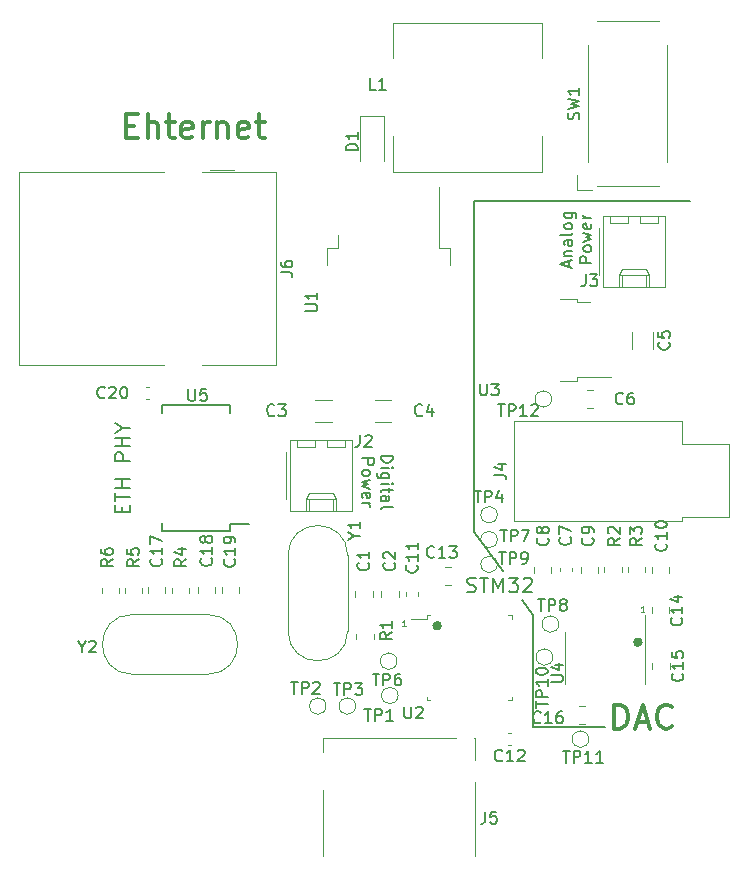
<source format=gbr>
%TF.GenerationSoftware,KiCad,Pcbnew,(5.99.0-8361-gd4c36230d2)*%
%TF.CreationDate,2021-01-14T13:58:05+01:00*%
%TF.ProjectId,mp3,6d70332e-6b69-4636-9164-5f7063625858,rev?*%
%TF.SameCoordinates,PXae85bc0PY7459280*%
%TF.FileFunction,Legend,Top*%
%TF.FilePolarity,Positive*%
%FSLAX46Y46*%
G04 Gerber Fmt 4.6, Leading zero omitted, Abs format (unit mm)*
G04 Created by KiCad (PCBNEW (5.99.0-8361-gd4c36230d2)) date 2021-01-14 13:58:05*
%MOMM*%
%LPD*%
G01*
G04 APERTURE LIST*
%ADD10C,0.150000*%
%ADD11C,0.400000*%
%ADD12C,0.125000*%
%ADD13C,0.200000*%
%ADD14C,0.300000*%
%ADD15C,0.120000*%
G04 APERTURE END LIST*
D10*
X-13250000Y23750000D02*
X-13250000Y14200000D01*
X-13250000Y14200000D02*
X-7200000Y14200000D01*
D11*
X-21200000Y22800000D02*
G75*
G03*
X-21200000Y22800000I-200000J0D01*
G01*
D10*
X0Y58750000D02*
X-18250000Y58750000D01*
X-18250000Y30750000D02*
X-15800000Y27400000D01*
D11*
X-4200000Y21400000D02*
G75*
G03*
X-4200000Y21400000I-200000J0D01*
G01*
D10*
X-18250000Y58750000D02*
X-18250000Y30750000D01*
X-14200000Y25000000D02*
X-13250000Y23750000D01*
D12*
X-3857143Y23973810D02*
X-4142858Y23973810D01*
X-4000000Y23973810D02*
X-4000000Y24473810D01*
X-4047620Y24402381D01*
X-4095239Y24354762D01*
X-4142858Y24330953D01*
D13*
X-48089286Y32409524D02*
X-48089286Y32826191D01*
X-47434524Y33004762D02*
X-47434524Y32409524D01*
X-48684524Y32409524D01*
X-48684524Y33004762D01*
X-48684524Y33361905D02*
X-48684524Y34076191D01*
X-47434524Y33719048D02*
X-48684524Y33719048D01*
X-47434524Y34492858D02*
X-48684524Y34492858D01*
X-48089286Y34492858D02*
X-48089286Y35207143D01*
X-47434524Y35207143D02*
X-48684524Y35207143D01*
X-47434524Y36754762D02*
X-48684524Y36754762D01*
X-48684524Y37230953D01*
X-48625000Y37350000D01*
X-48565477Y37409524D01*
X-48446429Y37469048D01*
X-48267858Y37469048D01*
X-48148810Y37409524D01*
X-48089286Y37350000D01*
X-48029762Y37230953D01*
X-48029762Y36754762D01*
X-47434524Y38004762D02*
X-48684524Y38004762D01*
X-48089286Y38004762D02*
X-48089286Y38719048D01*
X-47434524Y38719048D02*
X-48684524Y38719048D01*
X-48029762Y39552381D02*
X-47434524Y39552381D01*
X-48684524Y39135715D02*
X-48029762Y39552381D01*
X-48684524Y39969048D01*
D14*
X-47714286Y65142858D02*
X-47047620Y65142858D01*
X-46761905Y64095239D02*
X-47714286Y64095239D01*
X-47714286Y66095239D01*
X-46761905Y66095239D01*
X-45904762Y64095239D02*
X-45904762Y66095239D01*
X-45047620Y64095239D02*
X-45047620Y65142858D01*
X-45142858Y65333334D01*
X-45333334Y65428572D01*
X-45619048Y65428572D01*
X-45809524Y65333334D01*
X-45904762Y65238096D01*
X-44380953Y65428572D02*
X-43619048Y65428572D01*
X-44095239Y66095239D02*
X-44095239Y64380953D01*
X-44000000Y64190477D01*
X-43809524Y64095239D01*
X-43619048Y64095239D01*
X-42190477Y64190477D02*
X-42380953Y64095239D01*
X-42761905Y64095239D01*
X-42952381Y64190477D01*
X-43047620Y64380953D01*
X-43047620Y65142858D01*
X-42952381Y65333334D01*
X-42761905Y65428572D01*
X-42380953Y65428572D01*
X-42190477Y65333334D01*
X-42095239Y65142858D01*
X-42095239Y64952381D01*
X-43047620Y64761905D01*
X-41238096Y64095239D02*
X-41238096Y65428572D01*
X-41238096Y65047620D02*
X-41142858Y65238096D01*
X-41047620Y65333334D01*
X-40857143Y65428572D01*
X-40666667Y65428572D01*
X-40000000Y65428572D02*
X-40000000Y64095239D01*
X-40000000Y65238096D02*
X-39904762Y65333334D01*
X-39714286Y65428572D01*
X-39428572Y65428572D01*
X-39238096Y65333334D01*
X-39142858Y65142858D01*
X-39142858Y64095239D01*
X-37428572Y64190477D02*
X-37619048Y64095239D01*
X-38000000Y64095239D01*
X-38190477Y64190477D01*
X-38285715Y64380953D01*
X-38285715Y65142858D01*
X-38190477Y65333334D01*
X-38000000Y65428572D01*
X-37619048Y65428572D01*
X-37428572Y65333334D01*
X-37333334Y65142858D01*
X-37333334Y64952381D01*
X-38285715Y64761905D01*
X-36761905Y65428572D02*
X-36000000Y65428572D01*
X-36476191Y66095239D02*
X-36476191Y64380953D01*
X-36380953Y64190477D01*
X-36190477Y64095239D01*
X-36000000Y64095239D01*
D12*
X-24057143Y22773810D02*
X-24342858Y22773810D01*
X-24200000Y22773810D02*
X-24200000Y23273810D01*
X-24247620Y23202381D01*
X-24295239Y23154762D01*
X-24342858Y23130953D01*
D10*
X-10238334Y53190477D02*
X-10238334Y53666667D01*
X-9952620Y53095239D02*
X-10952620Y53428572D01*
X-9952620Y53761905D01*
X-10619286Y54095239D02*
X-9952620Y54095239D01*
X-10524048Y54095239D02*
X-10571667Y54142858D01*
X-10619286Y54238096D01*
X-10619286Y54380953D01*
X-10571667Y54476191D01*
X-10476429Y54523810D01*
X-9952620Y54523810D01*
X-9952620Y55428572D02*
X-10476429Y55428572D01*
X-10571667Y55380953D01*
X-10619286Y55285715D01*
X-10619286Y55095239D01*
X-10571667Y55000000D01*
X-10000239Y55428572D02*
X-9952620Y55333334D01*
X-9952620Y55095239D01*
X-10000239Y55000000D01*
X-10095477Y54952381D01*
X-10190715Y54952381D01*
X-10285953Y55000000D01*
X-10333572Y55095239D01*
X-10333572Y55333334D01*
X-10381191Y55428572D01*
X-9952620Y56047620D02*
X-10000239Y55952381D01*
X-10095477Y55904762D01*
X-10952620Y55904762D01*
X-9952620Y56571429D02*
X-10000239Y56476191D01*
X-10047858Y56428572D01*
X-10143096Y56380953D01*
X-10428810Y56380953D01*
X-10524048Y56428572D01*
X-10571667Y56476191D01*
X-10619286Y56571429D01*
X-10619286Y56714286D01*
X-10571667Y56809524D01*
X-10524048Y56857143D01*
X-10428810Y56904762D01*
X-10143096Y56904762D01*
X-10047858Y56857143D01*
X-10000239Y56809524D01*
X-9952620Y56714286D01*
X-9952620Y56571429D01*
X-10619286Y57761905D02*
X-9809762Y57761905D01*
X-9714524Y57714286D01*
X-9666905Y57666667D01*
X-9619286Y57571429D01*
X-9619286Y57428572D01*
X-9666905Y57333334D01*
X-10000239Y57761905D02*
X-9952620Y57666667D01*
X-9952620Y57476191D01*
X-10000239Y57380953D01*
X-10047858Y57333334D01*
X-10143096Y57285715D01*
X-10428810Y57285715D01*
X-10524048Y57333334D01*
X-10571667Y57380953D01*
X-10619286Y57476191D01*
X-10619286Y57666667D01*
X-10571667Y57761905D01*
X-8342620Y53523810D02*
X-9342620Y53523810D01*
X-9342620Y53904762D01*
X-9295000Y54000000D01*
X-9247381Y54047620D01*
X-9152143Y54095239D01*
X-9009286Y54095239D01*
X-8914048Y54047620D01*
X-8866429Y54000000D01*
X-8818810Y53904762D01*
X-8818810Y53523810D01*
X-8342620Y54666667D02*
X-8390239Y54571429D01*
X-8437858Y54523810D01*
X-8533096Y54476191D01*
X-8818810Y54476191D01*
X-8914048Y54523810D01*
X-8961667Y54571429D01*
X-9009286Y54666667D01*
X-9009286Y54809524D01*
X-8961667Y54904762D01*
X-8914048Y54952381D01*
X-8818810Y55000000D01*
X-8533096Y55000000D01*
X-8437858Y54952381D01*
X-8390239Y54904762D01*
X-8342620Y54809524D01*
X-8342620Y54666667D01*
X-9009286Y55333334D02*
X-8342620Y55523810D01*
X-8818810Y55714286D01*
X-8342620Y55904762D01*
X-9009286Y56095239D01*
X-8390239Y56857143D02*
X-8342620Y56761905D01*
X-8342620Y56571429D01*
X-8390239Y56476191D01*
X-8485477Y56428572D01*
X-8866429Y56428572D01*
X-8961667Y56476191D01*
X-9009286Y56571429D01*
X-9009286Y56761905D01*
X-8961667Y56857143D01*
X-8866429Y56904762D01*
X-8771191Y56904762D01*
X-8675953Y56428572D01*
X-8342620Y57333334D02*
X-9009286Y57333334D01*
X-8818810Y57333334D02*
X-8914048Y57380953D01*
X-8961667Y57428572D01*
X-9009286Y57523810D01*
X-9009286Y57619048D01*
D14*
X-6380953Y14095239D02*
X-6380953Y16095239D01*
X-5904762Y16095239D01*
X-5619048Y16000000D01*
X-5428572Y15809524D01*
X-5333334Y15619048D01*
X-5238096Y15238096D01*
X-5238096Y14952381D01*
X-5333334Y14571429D01*
X-5428572Y14380953D01*
X-5619048Y14190477D01*
X-5904762Y14095239D01*
X-6380953Y14095239D01*
X-4476191Y14666667D02*
X-3523810Y14666667D01*
X-4666667Y14095239D02*
X-4000000Y16095239D01*
X-3333334Y14095239D01*
X-1523810Y14285715D02*
X-1619048Y14190477D01*
X-1904762Y14095239D01*
X-2095239Y14095239D01*
X-2380953Y14190477D01*
X-2571429Y14380953D01*
X-2666667Y14571429D01*
X-2761905Y14952381D01*
X-2761905Y15238096D01*
X-2666667Y15619048D01*
X-2571429Y15809524D01*
X-2380953Y16000000D01*
X-2095239Y16095239D01*
X-1904762Y16095239D01*
X-1619048Y16000000D01*
X-1523810Y15904762D01*
D13*
X-18838096Y25694048D02*
X-18659524Y25634524D01*
X-18361905Y25634524D01*
X-18242858Y25694048D01*
X-18183334Y25753572D01*
X-18123810Y25872620D01*
X-18123810Y25991667D01*
X-18183334Y26110715D01*
X-18242858Y26170239D01*
X-18361905Y26229762D01*
X-18600000Y26289286D01*
X-18719048Y26348810D01*
X-18778572Y26408334D01*
X-18838096Y26527381D01*
X-18838096Y26646429D01*
X-18778572Y26765477D01*
X-18719048Y26825000D01*
X-18600000Y26884524D01*
X-18302381Y26884524D01*
X-18123810Y26825000D01*
X-17766667Y26884524D02*
X-17052381Y26884524D01*
X-17409524Y25634524D02*
X-17409524Y26884524D01*
X-16635715Y25634524D02*
X-16635715Y26884524D01*
X-16219048Y25991667D01*
X-15802381Y26884524D01*
X-15802381Y25634524D01*
X-15326191Y26884524D02*
X-14552381Y26884524D01*
X-14969048Y26408334D01*
X-14790477Y26408334D01*
X-14671429Y26348810D01*
X-14611905Y26289286D01*
X-14552381Y26170239D01*
X-14552381Y25872620D01*
X-14611905Y25753572D01*
X-14671429Y25694048D01*
X-14790477Y25634524D01*
X-15147620Y25634524D01*
X-15266667Y25694048D01*
X-15326191Y25753572D01*
X-14076191Y26765477D02*
X-14016667Y26825000D01*
X-13897620Y26884524D01*
X-13600000Y26884524D01*
X-13480953Y26825000D01*
X-13421429Y26765477D01*
X-13361905Y26646429D01*
X-13361905Y26527381D01*
X-13421429Y26348810D01*
X-14135715Y25634524D01*
X-13361905Y25634524D01*
D10*
X-26147381Y37190477D02*
X-25147381Y37190477D01*
X-25147381Y36952381D01*
X-25195000Y36809524D01*
X-25290239Y36714286D01*
X-25385477Y36666667D01*
X-25575953Y36619048D01*
X-25718810Y36619048D01*
X-25909286Y36666667D01*
X-26004524Y36714286D01*
X-26099762Y36809524D01*
X-26147381Y36952381D01*
X-26147381Y37190477D01*
X-26147381Y36190477D02*
X-25480715Y36190477D01*
X-25147381Y36190477D02*
X-25195000Y36238096D01*
X-25242620Y36190477D01*
X-25195000Y36142858D01*
X-25147381Y36190477D01*
X-25242620Y36190477D01*
X-25480715Y35285715D02*
X-26290239Y35285715D01*
X-26385477Y35333334D01*
X-26433096Y35380953D01*
X-26480715Y35476191D01*
X-26480715Y35619048D01*
X-26433096Y35714286D01*
X-26099762Y35285715D02*
X-26147381Y35380953D01*
X-26147381Y35571429D01*
X-26099762Y35666667D01*
X-26052143Y35714286D01*
X-25956905Y35761905D01*
X-25671191Y35761905D01*
X-25575953Y35714286D01*
X-25528334Y35666667D01*
X-25480715Y35571429D01*
X-25480715Y35380953D01*
X-25528334Y35285715D01*
X-26147381Y34809524D02*
X-25480715Y34809524D01*
X-25147381Y34809524D02*
X-25195000Y34857143D01*
X-25242620Y34809524D01*
X-25195000Y34761905D01*
X-25147381Y34809524D01*
X-25242620Y34809524D01*
X-25480715Y34476191D02*
X-25480715Y34095239D01*
X-25147381Y34333334D02*
X-26004524Y34333334D01*
X-26099762Y34285715D01*
X-26147381Y34190477D01*
X-26147381Y34095239D01*
X-26147381Y33333334D02*
X-25623572Y33333334D01*
X-25528334Y33380953D01*
X-25480715Y33476191D01*
X-25480715Y33666667D01*
X-25528334Y33761905D01*
X-26099762Y33333334D02*
X-26147381Y33428572D01*
X-26147381Y33666667D01*
X-26099762Y33761905D01*
X-26004524Y33809524D01*
X-25909286Y33809524D01*
X-25814048Y33761905D01*
X-25766429Y33666667D01*
X-25766429Y33428572D01*
X-25718810Y33333334D01*
X-26147381Y32714286D02*
X-26099762Y32809524D01*
X-26004524Y32857143D01*
X-25147381Y32857143D01*
X-27757381Y36976191D02*
X-26757381Y36976191D01*
X-26757381Y36595239D01*
X-26805000Y36500000D01*
X-26852620Y36452381D01*
X-26947858Y36404762D01*
X-27090715Y36404762D01*
X-27185953Y36452381D01*
X-27233572Y36500000D01*
X-27281191Y36595239D01*
X-27281191Y36976191D01*
X-27757381Y35833334D02*
X-27709762Y35928572D01*
X-27662143Y35976191D01*
X-27566905Y36023810D01*
X-27281191Y36023810D01*
X-27185953Y35976191D01*
X-27138334Y35928572D01*
X-27090715Y35833334D01*
X-27090715Y35690477D01*
X-27138334Y35595239D01*
X-27185953Y35547620D01*
X-27281191Y35500000D01*
X-27566905Y35500000D01*
X-27662143Y35547620D01*
X-27709762Y35595239D01*
X-27757381Y35690477D01*
X-27757381Y35833334D01*
X-27090715Y35166667D02*
X-27757381Y34976191D01*
X-27281191Y34785715D01*
X-27757381Y34595239D01*
X-27090715Y34404762D01*
X-27709762Y33642858D02*
X-27757381Y33738096D01*
X-27757381Y33928572D01*
X-27709762Y34023810D01*
X-27614524Y34071429D01*
X-27233572Y34071429D01*
X-27138334Y34023810D01*
X-27090715Y33928572D01*
X-27090715Y33738096D01*
X-27138334Y33642858D01*
X-27233572Y33595239D01*
X-27328810Y33595239D01*
X-27424048Y34071429D01*
X-27757381Y33166667D02*
X-27090715Y33166667D01*
X-27281191Y33166667D02*
X-27185953Y33119048D01*
X-27138334Y33071429D01*
X-27090715Y32976191D01*
X-27090715Y32880953D01*
%TO.C,U5*%
X-42461905Y42847620D02*
X-42461905Y42038096D01*
X-42414286Y41942858D01*
X-42366667Y41895239D01*
X-42271429Y41847620D01*
X-42080953Y41847620D01*
X-41985715Y41895239D01*
X-41938096Y41942858D01*
X-41890477Y42038096D01*
X-41890477Y42847620D01*
X-40938096Y42847620D02*
X-41414286Y42847620D01*
X-41461905Y42371429D01*
X-41414286Y42419048D01*
X-41319048Y42466667D01*
X-41080953Y42466667D01*
X-40985715Y42419048D01*
X-40938096Y42371429D01*
X-40890477Y42276191D01*
X-40890477Y42038096D01*
X-40938096Y41942858D01*
X-40985715Y41895239D01*
X-41080953Y41847620D01*
X-41319048Y41847620D01*
X-41414286Y41895239D01*
X-41461905Y41942858D01*
%TO.C,SW1*%
X-9395239Y65666667D02*
X-9347620Y65809524D01*
X-9347620Y66047620D01*
X-9395239Y66142858D01*
X-9442858Y66190477D01*
X-9538096Y66238096D01*
X-9633334Y66238096D01*
X-9728572Y66190477D01*
X-9776191Y66142858D01*
X-9823810Y66047620D01*
X-9871429Y65857143D01*
X-9919048Y65761905D01*
X-9966667Y65714286D01*
X-10061905Y65666667D01*
X-10157143Y65666667D01*
X-10252381Y65714286D01*
X-10300000Y65761905D01*
X-10347620Y65857143D01*
X-10347620Y66095239D01*
X-10300000Y66238096D01*
X-10347620Y66571429D02*
X-9347620Y66809524D01*
X-10061905Y67000000D01*
X-9347620Y67190477D01*
X-10347620Y67428572D01*
X-9347620Y68333334D02*
X-9347620Y67761905D01*
X-9347620Y68047620D02*
X-10347620Y68047620D01*
X-10204762Y67952381D01*
X-10109524Y67857143D01*
X-10061905Y67761905D01*
%TO.C,C11*%
X-23142858Y27927143D02*
X-23095239Y27879524D01*
X-23047620Y27736667D01*
X-23047620Y27641429D01*
X-23095239Y27498572D01*
X-23190477Y27403334D01*
X-23285715Y27355715D01*
X-23476191Y27308096D01*
X-23619048Y27308096D01*
X-23809524Y27355715D01*
X-23904762Y27403334D01*
X-24000000Y27498572D01*
X-24047620Y27641429D01*
X-24047620Y27736667D01*
X-24000000Y27879524D01*
X-23952381Y27927143D01*
X-23047620Y28879524D02*
X-23047620Y28308096D01*
X-23047620Y28593810D02*
X-24047620Y28593810D01*
X-23904762Y28498572D01*
X-23809524Y28403334D01*
X-23761905Y28308096D01*
X-23047620Y29831905D02*
X-23047620Y29260477D01*
X-23047620Y29546191D02*
X-24047620Y29546191D01*
X-23904762Y29450953D01*
X-23809524Y29355715D01*
X-23761905Y29260477D01*
%TO.C,C20*%
X-49542858Y42142858D02*
X-49590477Y42095239D01*
X-49733334Y42047620D01*
X-49828572Y42047620D01*
X-49971429Y42095239D01*
X-50066667Y42190477D01*
X-50114286Y42285715D01*
X-50161905Y42476191D01*
X-50161905Y42619048D01*
X-50114286Y42809524D01*
X-50066667Y42904762D01*
X-49971429Y43000000D01*
X-49828572Y43047620D01*
X-49733334Y43047620D01*
X-49590477Y43000000D01*
X-49542858Y42952381D01*
X-49161905Y42952381D02*
X-49114286Y43000000D01*
X-49019048Y43047620D01*
X-48780953Y43047620D01*
X-48685715Y43000000D01*
X-48638096Y42952381D01*
X-48590477Y42857143D01*
X-48590477Y42761905D01*
X-48638096Y42619048D01*
X-49209524Y42047620D01*
X-48590477Y42047620D01*
X-47971429Y43047620D02*
X-47876191Y43047620D01*
X-47780953Y43000000D01*
X-47733334Y42952381D01*
X-47685715Y42857143D01*
X-47638096Y42666667D01*
X-47638096Y42428572D01*
X-47685715Y42238096D01*
X-47733334Y42142858D01*
X-47780953Y42095239D01*
X-47876191Y42047620D01*
X-47971429Y42047620D01*
X-48066667Y42095239D01*
X-48114286Y42142858D01*
X-48161905Y42238096D01*
X-48209524Y42428572D01*
X-48209524Y42666667D01*
X-48161905Y42857143D01*
X-48114286Y42952381D01*
X-48066667Y43000000D01*
X-47971429Y43047620D01*
%TO.C,TP1*%
X-27561905Y15747620D02*
X-26990477Y15747620D01*
X-27276191Y14747620D02*
X-27276191Y15747620D01*
X-26657143Y14747620D02*
X-26657143Y15747620D01*
X-26276191Y15747620D01*
X-26180953Y15700000D01*
X-26133334Y15652381D01*
X-26085715Y15557143D01*
X-26085715Y15414286D01*
X-26133334Y15319048D01*
X-26180953Y15271429D01*
X-26276191Y15223810D01*
X-26657143Y15223810D01*
X-25133334Y14747620D02*
X-25704762Y14747620D01*
X-25419048Y14747620D02*
X-25419048Y15747620D01*
X-25514286Y15604762D01*
X-25609524Y15509524D01*
X-25704762Y15461905D01*
%TO.C,L1*%
X-26606667Y68187620D02*
X-27082858Y68187620D01*
X-27082858Y69187620D01*
X-25749524Y68187620D02*
X-26320953Y68187620D01*
X-26035239Y68187620D02*
X-26035239Y69187620D01*
X-26130477Y69044762D01*
X-26225715Y68949524D01*
X-26320953Y68901905D01*
%TO.C,R6*%
X-48861620Y28413334D02*
X-49337810Y28080000D01*
X-48861620Y27841905D02*
X-49861620Y27841905D01*
X-49861620Y28222858D01*
X-49814000Y28318096D01*
X-49766381Y28365715D01*
X-49671143Y28413334D01*
X-49528286Y28413334D01*
X-49433048Y28365715D01*
X-49385429Y28318096D01*
X-49337810Y28222858D01*
X-49337810Y27841905D01*
X-49861620Y29270477D02*
X-49861620Y29080000D01*
X-49814000Y28984762D01*
X-49766381Y28937143D01*
X-49623524Y28841905D01*
X-49433048Y28794286D01*
X-49052096Y28794286D01*
X-48956858Y28841905D01*
X-48909239Y28889524D01*
X-48861620Y28984762D01*
X-48861620Y29175239D01*
X-48909239Y29270477D01*
X-48956858Y29318096D01*
X-49052096Y29365715D01*
X-49290191Y29365715D01*
X-49385429Y29318096D01*
X-49433048Y29270477D01*
X-49480667Y29175239D01*
X-49480667Y28984762D01*
X-49433048Y28889524D01*
X-49385429Y28841905D01*
X-49290191Y28794286D01*
%TO.C,TP11*%
X-10738096Y12213620D02*
X-10166667Y12213620D01*
X-10452381Y11213620D02*
X-10452381Y12213620D01*
X-9833334Y11213620D02*
X-9833334Y12213620D01*
X-9452381Y12213620D01*
X-9357143Y12166000D01*
X-9309524Y12118381D01*
X-9261905Y12023143D01*
X-9261905Y11880286D01*
X-9309524Y11785048D01*
X-9357143Y11737429D01*
X-9452381Y11689810D01*
X-9833334Y11689810D01*
X-8309524Y11213620D02*
X-8880953Y11213620D01*
X-8595239Y11213620D02*
X-8595239Y12213620D01*
X-8690477Y12070762D01*
X-8785715Y11975524D01*
X-8880953Y11927905D01*
X-7357143Y11213620D02*
X-7928572Y11213620D01*
X-7642858Y11213620D02*
X-7642858Y12213620D01*
X-7738096Y12070762D01*
X-7833334Y11975524D01*
X-7928572Y11927905D01*
%TO.C,TP2*%
X-33761905Y18047620D02*
X-33190477Y18047620D01*
X-33476191Y17047620D02*
X-33476191Y18047620D01*
X-32857143Y17047620D02*
X-32857143Y18047620D01*
X-32476191Y18047620D01*
X-32380953Y18000000D01*
X-32333334Y17952381D01*
X-32285715Y17857143D01*
X-32285715Y17714286D01*
X-32333334Y17619048D01*
X-32380953Y17571429D01*
X-32476191Y17523810D01*
X-32857143Y17523810D01*
X-31904762Y17952381D02*
X-31857143Y18000000D01*
X-31761905Y18047620D01*
X-31523810Y18047620D01*
X-31428572Y18000000D01*
X-31380953Y17952381D01*
X-31333334Y17857143D01*
X-31333334Y17761905D01*
X-31380953Y17619048D01*
X-31952381Y17047620D01*
X-31333334Y17047620D01*
%TO.C,C9*%
X-8242858Y30233334D02*
X-8195239Y30185715D01*
X-8147620Y30042858D01*
X-8147620Y29947620D01*
X-8195239Y29804762D01*
X-8290477Y29709524D01*
X-8385715Y29661905D01*
X-8576191Y29614286D01*
X-8719048Y29614286D01*
X-8909524Y29661905D01*
X-9004762Y29709524D01*
X-9100000Y29804762D01*
X-9147620Y29947620D01*
X-9147620Y30042858D01*
X-9100000Y30185715D01*
X-9052381Y30233334D01*
X-8147620Y30709524D02*
X-8147620Y30900000D01*
X-8195239Y30995239D01*
X-8242858Y31042858D01*
X-8385715Y31138096D01*
X-8576191Y31185715D01*
X-8957143Y31185715D01*
X-9052381Y31138096D01*
X-9100000Y31090477D01*
X-9147620Y30995239D01*
X-9147620Y30804762D01*
X-9100000Y30709524D01*
X-9052381Y30661905D01*
X-8957143Y30614286D01*
X-8719048Y30614286D01*
X-8623810Y30661905D01*
X-8576191Y30709524D01*
X-8528572Y30804762D01*
X-8528572Y30995239D01*
X-8576191Y31090477D01*
X-8623810Y31138096D01*
X-8719048Y31185715D01*
%TO.C,C13*%
X-21642858Y28642858D02*
X-21690477Y28595239D01*
X-21833334Y28547620D01*
X-21928572Y28547620D01*
X-22071429Y28595239D01*
X-22166667Y28690477D01*
X-22214286Y28785715D01*
X-22261905Y28976191D01*
X-22261905Y29119048D01*
X-22214286Y29309524D01*
X-22166667Y29404762D01*
X-22071429Y29500000D01*
X-21928572Y29547620D01*
X-21833334Y29547620D01*
X-21690477Y29500000D01*
X-21642858Y29452381D01*
X-20690477Y28547620D02*
X-21261905Y28547620D01*
X-20976191Y28547620D02*
X-20976191Y29547620D01*
X-21071429Y29404762D01*
X-21166667Y29309524D01*
X-21261905Y29261905D01*
X-20357143Y29547620D02*
X-19738096Y29547620D01*
X-20071429Y29166667D01*
X-19928572Y29166667D01*
X-19833334Y29119048D01*
X-19785715Y29071429D01*
X-19738096Y28976191D01*
X-19738096Y28738096D01*
X-19785715Y28642858D01*
X-19833334Y28595239D01*
X-19928572Y28547620D01*
X-20214286Y28547620D01*
X-20309524Y28595239D01*
X-20357143Y28642858D01*
%TO.C,R1*%
X-25247620Y22233334D02*
X-25723810Y21900000D01*
X-25247620Y21661905D02*
X-26247620Y21661905D01*
X-26247620Y22042858D01*
X-26200000Y22138096D01*
X-26152381Y22185715D01*
X-26057143Y22233334D01*
X-25914286Y22233334D01*
X-25819048Y22185715D01*
X-25771429Y22138096D01*
X-25723810Y22042858D01*
X-25723810Y21661905D01*
X-25247620Y23185715D02*
X-25247620Y22614286D01*
X-25247620Y22900000D02*
X-26247620Y22900000D01*
X-26104762Y22804762D01*
X-26009524Y22709524D01*
X-25961905Y22614286D01*
%TO.C,Y1*%
X-28423810Y30423810D02*
X-27947620Y30423810D01*
X-28947620Y30090477D02*
X-28423810Y30423810D01*
X-28947620Y30757143D01*
X-27947620Y31614286D02*
X-27947620Y31042858D01*
X-27947620Y31328572D02*
X-28947620Y31328572D01*
X-28804762Y31233334D01*
X-28709524Y31138096D01*
X-28661905Y31042858D01*
%TO.C,C18*%
X-40534858Y28503143D02*
X-40487239Y28455524D01*
X-40439620Y28312667D01*
X-40439620Y28217429D01*
X-40487239Y28074572D01*
X-40582477Y27979334D01*
X-40677715Y27931715D01*
X-40868191Y27884096D01*
X-41011048Y27884096D01*
X-41201524Y27931715D01*
X-41296762Y27979334D01*
X-41392000Y28074572D01*
X-41439620Y28217429D01*
X-41439620Y28312667D01*
X-41392000Y28455524D01*
X-41344381Y28503143D01*
X-40439620Y29455524D02*
X-40439620Y28884096D01*
X-40439620Y29169810D02*
X-41439620Y29169810D01*
X-41296762Y29074572D01*
X-41201524Y28979334D01*
X-41153905Y28884096D01*
X-41011048Y30026953D02*
X-41058667Y29931715D01*
X-41106286Y29884096D01*
X-41201524Y29836477D01*
X-41249143Y29836477D01*
X-41344381Y29884096D01*
X-41392000Y29931715D01*
X-41439620Y30026953D01*
X-41439620Y30217429D01*
X-41392000Y30312667D01*
X-41344381Y30360286D01*
X-41249143Y30407905D01*
X-41201524Y30407905D01*
X-41106286Y30360286D01*
X-41058667Y30312667D01*
X-41011048Y30217429D01*
X-41011048Y30026953D01*
X-40963429Y29931715D01*
X-40915810Y29884096D01*
X-40820572Y29836477D01*
X-40630096Y29836477D01*
X-40534858Y29884096D01*
X-40487239Y29931715D01*
X-40439620Y30026953D01*
X-40439620Y30217429D01*
X-40487239Y30312667D01*
X-40534858Y30360286D01*
X-40630096Y30407905D01*
X-40820572Y30407905D01*
X-40915810Y30360286D01*
X-40963429Y30312667D01*
X-41011048Y30217429D01*
%TO.C,TP6*%
X-26861905Y18747620D02*
X-26290477Y18747620D01*
X-26576191Y17747620D02*
X-26576191Y18747620D01*
X-25957143Y17747620D02*
X-25957143Y18747620D01*
X-25576191Y18747620D01*
X-25480953Y18700000D01*
X-25433334Y18652381D01*
X-25385715Y18557143D01*
X-25385715Y18414286D01*
X-25433334Y18319048D01*
X-25480953Y18271429D01*
X-25576191Y18223810D01*
X-25957143Y18223810D01*
X-24528572Y18747620D02*
X-24719048Y18747620D01*
X-24814286Y18700000D01*
X-24861905Y18652381D01*
X-24957143Y18509524D01*
X-25004762Y18319048D01*
X-25004762Y17938096D01*
X-24957143Y17842858D01*
X-24909524Y17795239D01*
X-24814286Y17747620D01*
X-24623810Y17747620D01*
X-24528572Y17795239D01*
X-24480953Y17842858D01*
X-24433334Y17938096D01*
X-24433334Y18176191D01*
X-24480953Y18271429D01*
X-24528572Y18319048D01*
X-24623810Y18366667D01*
X-24814286Y18366667D01*
X-24909524Y18319048D01*
X-24957143Y18271429D01*
X-25004762Y18176191D01*
%TO.C,R3*%
X-4077620Y30233334D02*
X-4553810Y29900000D01*
X-4077620Y29661905D02*
X-5077620Y29661905D01*
X-5077620Y30042858D01*
X-5030000Y30138096D01*
X-4982381Y30185715D01*
X-4887143Y30233334D01*
X-4744286Y30233334D01*
X-4649048Y30185715D01*
X-4601429Y30138096D01*
X-4553810Y30042858D01*
X-4553810Y29661905D01*
X-5077620Y30566667D02*
X-5077620Y31185715D01*
X-4696667Y30852381D01*
X-4696667Y30995239D01*
X-4649048Y31090477D01*
X-4601429Y31138096D01*
X-4506191Y31185715D01*
X-4268096Y31185715D01*
X-4172858Y31138096D01*
X-4125239Y31090477D01*
X-4077620Y30995239D01*
X-4077620Y30709524D01*
X-4125239Y30614286D01*
X-4172858Y30566667D01*
%TO.C,C3*%
X-35166667Y40642858D02*
X-35214286Y40595239D01*
X-35357143Y40547620D01*
X-35452381Y40547620D01*
X-35595239Y40595239D01*
X-35690477Y40690477D01*
X-35738096Y40785715D01*
X-35785715Y40976191D01*
X-35785715Y41119048D01*
X-35738096Y41309524D01*
X-35690477Y41404762D01*
X-35595239Y41500000D01*
X-35452381Y41547620D01*
X-35357143Y41547620D01*
X-35214286Y41500000D01*
X-35166667Y41452381D01*
X-34833334Y41547620D02*
X-34214286Y41547620D01*
X-34547620Y41166667D01*
X-34404762Y41166667D01*
X-34309524Y41119048D01*
X-34261905Y41071429D01*
X-34214286Y40976191D01*
X-34214286Y40738096D01*
X-34261905Y40642858D01*
X-34309524Y40595239D01*
X-34404762Y40547620D01*
X-34690477Y40547620D01*
X-34785715Y40595239D01*
X-34833334Y40642858D01*
%TO.C,TP9*%
X-16161905Y29047620D02*
X-15590477Y29047620D01*
X-15876191Y28047620D02*
X-15876191Y29047620D01*
X-15257143Y28047620D02*
X-15257143Y29047620D01*
X-14876191Y29047620D01*
X-14780953Y29000000D01*
X-14733334Y28952381D01*
X-14685715Y28857143D01*
X-14685715Y28714286D01*
X-14733334Y28619048D01*
X-14780953Y28571429D01*
X-14876191Y28523810D01*
X-15257143Y28523810D01*
X-14209524Y28047620D02*
X-14019048Y28047620D01*
X-13923810Y28095239D01*
X-13876191Y28142858D01*
X-13780953Y28285715D01*
X-13733334Y28476191D01*
X-13733334Y28857143D01*
X-13780953Y28952381D01*
X-13828572Y29000000D01*
X-13923810Y29047620D01*
X-14114286Y29047620D01*
X-14209524Y29000000D01*
X-14257143Y28952381D01*
X-14304762Y28857143D01*
X-14304762Y28619048D01*
X-14257143Y28523810D01*
X-14209524Y28476191D01*
X-14114286Y28428572D01*
X-13923810Y28428572D01*
X-13828572Y28476191D01*
X-13780953Y28523810D01*
X-13733334Y28619048D01*
%TO.C,R5*%
X-46657620Y28423334D02*
X-47133810Y28090000D01*
X-46657620Y27851905D02*
X-47657620Y27851905D01*
X-47657620Y28232858D01*
X-47610000Y28328096D01*
X-47562381Y28375715D01*
X-47467143Y28423334D01*
X-47324286Y28423334D01*
X-47229048Y28375715D01*
X-47181429Y28328096D01*
X-47133810Y28232858D01*
X-47133810Y27851905D01*
X-47657620Y29328096D02*
X-47657620Y28851905D01*
X-47181429Y28804286D01*
X-47229048Y28851905D01*
X-47276667Y28947143D01*
X-47276667Y29185239D01*
X-47229048Y29280477D01*
X-47181429Y29328096D01*
X-47086191Y29375715D01*
X-46848096Y29375715D01*
X-46752858Y29328096D01*
X-46705239Y29280477D01*
X-46657620Y29185239D01*
X-46657620Y28947143D01*
X-46705239Y28851905D01*
X-46752858Y28804286D01*
%TO.C,C14*%
X-732858Y23467143D02*
X-685239Y23419524D01*
X-637620Y23276667D01*
X-637620Y23181429D01*
X-685239Y23038572D01*
X-780477Y22943334D01*
X-875715Y22895715D01*
X-1066191Y22848096D01*
X-1209048Y22848096D01*
X-1399524Y22895715D01*
X-1494762Y22943334D01*
X-1590000Y23038572D01*
X-1637620Y23181429D01*
X-1637620Y23276667D01*
X-1590000Y23419524D01*
X-1542381Y23467143D01*
X-637620Y24419524D02*
X-637620Y23848096D01*
X-637620Y24133810D02*
X-1637620Y24133810D01*
X-1494762Y24038572D01*
X-1399524Y23943334D01*
X-1351905Y23848096D01*
X-1304286Y25276667D02*
X-637620Y25276667D01*
X-1685239Y25038572D02*
X-970953Y24800477D01*
X-970953Y25419524D01*
%TO.C,J5*%
X-17333334Y7047620D02*
X-17333334Y6333334D01*
X-17380953Y6190477D01*
X-17476191Y6095239D01*
X-17619048Y6047620D01*
X-17714286Y6047620D01*
X-16380953Y7047620D02*
X-16857143Y7047620D01*
X-16904762Y6571429D01*
X-16857143Y6619048D01*
X-16761905Y6666667D01*
X-16523810Y6666667D01*
X-16428572Y6619048D01*
X-16380953Y6571429D01*
X-16333334Y6476191D01*
X-16333334Y6238096D01*
X-16380953Y6142858D01*
X-16428572Y6095239D01*
X-16523810Y6047620D01*
X-16761905Y6047620D01*
X-16857143Y6095239D01*
X-16904762Y6142858D01*
%TO.C,TP8*%
X-12861905Y25047620D02*
X-12290477Y25047620D01*
X-12576191Y24047620D02*
X-12576191Y25047620D01*
X-11957143Y24047620D02*
X-11957143Y25047620D01*
X-11576191Y25047620D01*
X-11480953Y25000000D01*
X-11433334Y24952381D01*
X-11385715Y24857143D01*
X-11385715Y24714286D01*
X-11433334Y24619048D01*
X-11480953Y24571429D01*
X-11576191Y24523810D01*
X-11957143Y24523810D01*
X-10814286Y24619048D02*
X-10909524Y24666667D01*
X-10957143Y24714286D01*
X-11004762Y24809524D01*
X-11004762Y24857143D01*
X-10957143Y24952381D01*
X-10909524Y25000000D01*
X-10814286Y25047620D01*
X-10623810Y25047620D01*
X-10528572Y25000000D01*
X-10480953Y24952381D01*
X-10433334Y24857143D01*
X-10433334Y24809524D01*
X-10480953Y24714286D01*
X-10528572Y24666667D01*
X-10623810Y24619048D01*
X-10814286Y24619048D01*
X-10909524Y24571429D01*
X-10957143Y24523810D01*
X-11004762Y24428572D01*
X-11004762Y24238096D01*
X-10957143Y24142858D01*
X-10909524Y24095239D01*
X-10814286Y24047620D01*
X-10623810Y24047620D01*
X-10528572Y24095239D01*
X-10480953Y24142858D01*
X-10433334Y24238096D01*
X-10433334Y24428572D01*
X-10480953Y24523810D01*
X-10528572Y24571429D01*
X-10623810Y24619048D01*
%TO.C,C2*%
X-25042858Y28133334D02*
X-24995239Y28085715D01*
X-24947620Y27942858D01*
X-24947620Y27847620D01*
X-24995239Y27704762D01*
X-25090477Y27609524D01*
X-25185715Y27561905D01*
X-25376191Y27514286D01*
X-25519048Y27514286D01*
X-25709524Y27561905D01*
X-25804762Y27609524D01*
X-25900000Y27704762D01*
X-25947620Y27847620D01*
X-25947620Y27942858D01*
X-25900000Y28085715D01*
X-25852381Y28133334D01*
X-25852381Y28514286D02*
X-25900000Y28561905D01*
X-25947620Y28657143D01*
X-25947620Y28895239D01*
X-25900000Y28990477D01*
X-25852381Y29038096D01*
X-25757143Y29085715D01*
X-25661905Y29085715D01*
X-25519048Y29038096D01*
X-24947620Y28466667D01*
X-24947620Y29085715D01*
%TO.C,C17*%
X-44774858Y28459143D02*
X-44727239Y28411524D01*
X-44679620Y28268667D01*
X-44679620Y28173429D01*
X-44727239Y28030572D01*
X-44822477Y27935334D01*
X-44917715Y27887715D01*
X-45108191Y27840096D01*
X-45251048Y27840096D01*
X-45441524Y27887715D01*
X-45536762Y27935334D01*
X-45632000Y28030572D01*
X-45679620Y28173429D01*
X-45679620Y28268667D01*
X-45632000Y28411524D01*
X-45584381Y28459143D01*
X-44679620Y29411524D02*
X-44679620Y28840096D01*
X-44679620Y29125810D02*
X-45679620Y29125810D01*
X-45536762Y29030572D01*
X-45441524Y28935334D01*
X-45393905Y28840096D01*
X-45679620Y29744858D02*
X-45679620Y30411524D01*
X-44679620Y29982953D01*
%TO.C,C8*%
X-12042858Y30233334D02*
X-11995239Y30185715D01*
X-11947620Y30042858D01*
X-11947620Y29947620D01*
X-11995239Y29804762D01*
X-12090477Y29709524D01*
X-12185715Y29661905D01*
X-12376191Y29614286D01*
X-12519048Y29614286D01*
X-12709524Y29661905D01*
X-12804762Y29709524D01*
X-12900000Y29804762D01*
X-12947620Y29947620D01*
X-12947620Y30042858D01*
X-12900000Y30185715D01*
X-12852381Y30233334D01*
X-12519048Y30804762D02*
X-12566667Y30709524D01*
X-12614286Y30661905D01*
X-12709524Y30614286D01*
X-12757143Y30614286D01*
X-12852381Y30661905D01*
X-12900000Y30709524D01*
X-12947620Y30804762D01*
X-12947620Y30995239D01*
X-12900000Y31090477D01*
X-12852381Y31138096D01*
X-12757143Y31185715D01*
X-12709524Y31185715D01*
X-12614286Y31138096D01*
X-12566667Y31090477D01*
X-12519048Y30995239D01*
X-12519048Y30804762D01*
X-12471429Y30709524D01*
X-12423810Y30661905D01*
X-12328572Y30614286D01*
X-12138096Y30614286D01*
X-12042858Y30661905D01*
X-11995239Y30709524D01*
X-11947620Y30804762D01*
X-11947620Y30995239D01*
X-11995239Y31090477D01*
X-12042858Y31138096D01*
X-12138096Y31185715D01*
X-12328572Y31185715D01*
X-12423810Y31138096D01*
X-12471429Y31090477D01*
X-12519048Y30995239D01*
%TO.C,J4*%
X-16547620Y35566667D02*
X-15833334Y35566667D01*
X-15690477Y35519048D01*
X-15595239Y35423810D01*
X-15547620Y35280953D01*
X-15547620Y35185715D01*
X-16214286Y36471429D02*
X-15547620Y36471429D01*
X-16595239Y36233334D02*
X-15880953Y35995239D01*
X-15880953Y36614286D01*
%TO.C,U4*%
X-11747620Y18038096D02*
X-10938096Y18038096D01*
X-10842858Y18085715D01*
X-10795239Y18133334D01*
X-10747620Y18228572D01*
X-10747620Y18419048D01*
X-10795239Y18514286D01*
X-10842858Y18561905D01*
X-10938096Y18609524D01*
X-11747620Y18609524D01*
X-11414286Y19514286D02*
X-10747620Y19514286D01*
X-11795239Y19276191D02*
X-11080953Y19038096D01*
X-11080953Y19657143D01*
%TO.C,J6*%
X-34657620Y52721667D02*
X-33943334Y52721667D01*
X-33800477Y52674048D01*
X-33705239Y52578810D01*
X-33657620Y52435953D01*
X-33657620Y52340715D01*
X-34657620Y53626429D02*
X-34657620Y53435953D01*
X-34610000Y53340715D01*
X-34562381Y53293096D01*
X-34419524Y53197858D01*
X-34229048Y53150239D01*
X-33848096Y53150239D01*
X-33752858Y53197858D01*
X-33705239Y53245477D01*
X-33657620Y53340715D01*
X-33657620Y53531191D01*
X-33705239Y53626429D01*
X-33752858Y53674048D01*
X-33848096Y53721667D01*
X-34086191Y53721667D01*
X-34181429Y53674048D01*
X-34229048Y53626429D01*
X-34276667Y53531191D01*
X-34276667Y53340715D01*
X-34229048Y53245477D01*
X-34181429Y53197858D01*
X-34086191Y53150239D01*
%TO.C,Y2*%
X-51476191Y21023810D02*
X-51476191Y20547620D01*
X-51809524Y21547620D02*
X-51476191Y21023810D01*
X-51142858Y21547620D01*
X-50857143Y21452381D02*
X-50809524Y21500000D01*
X-50714286Y21547620D01*
X-50476191Y21547620D01*
X-50380953Y21500000D01*
X-50333334Y21452381D01*
X-50285715Y21357143D01*
X-50285715Y21261905D01*
X-50333334Y21119048D01*
X-50904762Y20547620D01*
X-50285715Y20547620D01*
%TO.C,C7*%
X-10142858Y30273334D02*
X-10095239Y30225715D01*
X-10047620Y30082858D01*
X-10047620Y29987620D01*
X-10095239Y29844762D01*
X-10190477Y29749524D01*
X-10285715Y29701905D01*
X-10476191Y29654286D01*
X-10619048Y29654286D01*
X-10809524Y29701905D01*
X-10904762Y29749524D01*
X-11000000Y29844762D01*
X-11047620Y29987620D01*
X-11047620Y30082858D01*
X-11000000Y30225715D01*
X-10952381Y30273334D01*
X-11047620Y30606667D02*
X-11047620Y31273334D01*
X-10047620Y30844762D01*
%TO.C,TP3*%
X-30161905Y17947620D02*
X-29590477Y17947620D01*
X-29876191Y16947620D02*
X-29876191Y17947620D01*
X-29257143Y16947620D02*
X-29257143Y17947620D01*
X-28876191Y17947620D01*
X-28780953Y17900000D01*
X-28733334Y17852381D01*
X-28685715Y17757143D01*
X-28685715Y17614286D01*
X-28733334Y17519048D01*
X-28780953Y17471429D01*
X-28876191Y17423810D01*
X-29257143Y17423810D01*
X-28352381Y17947620D02*
X-27733334Y17947620D01*
X-28066667Y17566667D01*
X-27923810Y17566667D01*
X-27828572Y17519048D01*
X-27780953Y17471429D01*
X-27733334Y17376191D01*
X-27733334Y17138096D01*
X-27780953Y17042858D01*
X-27828572Y16995239D01*
X-27923810Y16947620D01*
X-28209524Y16947620D01*
X-28304762Y16995239D01*
X-28352381Y17042858D01*
%TO.C,R2*%
X-5947620Y30233334D02*
X-6423810Y29900000D01*
X-5947620Y29661905D02*
X-6947620Y29661905D01*
X-6947620Y30042858D01*
X-6900000Y30138096D01*
X-6852381Y30185715D01*
X-6757143Y30233334D01*
X-6614286Y30233334D01*
X-6519048Y30185715D01*
X-6471429Y30138096D01*
X-6423810Y30042858D01*
X-6423810Y29661905D01*
X-6852381Y30614286D02*
X-6900000Y30661905D01*
X-6947620Y30757143D01*
X-6947620Y30995239D01*
X-6900000Y31090477D01*
X-6852381Y31138096D01*
X-6757143Y31185715D01*
X-6661905Y31185715D01*
X-6519048Y31138096D01*
X-5947620Y30566667D01*
X-5947620Y31185715D01*
%TO.C,U3*%
X-17761905Y43299620D02*
X-17761905Y42490096D01*
X-17714286Y42394858D01*
X-17666667Y42347239D01*
X-17571429Y42299620D01*
X-17380953Y42299620D01*
X-17285715Y42347239D01*
X-17238096Y42394858D01*
X-17190477Y42490096D01*
X-17190477Y43299620D01*
X-16809524Y43299620D02*
X-16190477Y43299620D01*
X-16523810Y42918667D01*
X-16380953Y42918667D01*
X-16285715Y42871048D01*
X-16238096Y42823429D01*
X-16190477Y42728191D01*
X-16190477Y42490096D01*
X-16238096Y42394858D01*
X-16285715Y42347239D01*
X-16380953Y42299620D01*
X-16666667Y42299620D01*
X-16761905Y42347239D01*
X-16809524Y42394858D01*
%TO.C,C6*%
X-5666667Y41642858D02*
X-5714286Y41595239D01*
X-5857143Y41547620D01*
X-5952381Y41547620D01*
X-6095239Y41595239D01*
X-6190477Y41690477D01*
X-6238096Y41785715D01*
X-6285715Y41976191D01*
X-6285715Y42119048D01*
X-6238096Y42309524D01*
X-6190477Y42404762D01*
X-6095239Y42500000D01*
X-5952381Y42547620D01*
X-5857143Y42547620D01*
X-5714286Y42500000D01*
X-5666667Y42452381D01*
X-4809524Y42547620D02*
X-5000000Y42547620D01*
X-5095239Y42500000D01*
X-5142858Y42452381D01*
X-5238096Y42309524D01*
X-5285715Y42119048D01*
X-5285715Y41738096D01*
X-5238096Y41642858D01*
X-5190477Y41595239D01*
X-5095239Y41547620D01*
X-4904762Y41547620D01*
X-4809524Y41595239D01*
X-4761905Y41642858D01*
X-4714286Y41738096D01*
X-4714286Y41976191D01*
X-4761905Y42071429D01*
X-4809524Y42119048D01*
X-4904762Y42166667D01*
X-5095239Y42166667D01*
X-5190477Y42119048D01*
X-5238096Y42071429D01*
X-5285715Y41976191D01*
%TO.C,C15*%
X-642858Y18757143D02*
X-595239Y18709524D01*
X-547620Y18566667D01*
X-547620Y18471429D01*
X-595239Y18328572D01*
X-690477Y18233334D01*
X-785715Y18185715D01*
X-976191Y18138096D01*
X-1119048Y18138096D01*
X-1309524Y18185715D01*
X-1404762Y18233334D01*
X-1500000Y18328572D01*
X-1547620Y18471429D01*
X-1547620Y18566667D01*
X-1500000Y18709524D01*
X-1452381Y18757143D01*
X-547620Y19709524D02*
X-547620Y19138096D01*
X-547620Y19423810D02*
X-1547620Y19423810D01*
X-1404762Y19328572D01*
X-1309524Y19233334D01*
X-1261905Y19138096D01*
X-1547620Y20614286D02*
X-1547620Y20138096D01*
X-1071429Y20090477D01*
X-1119048Y20138096D01*
X-1166667Y20233334D01*
X-1166667Y20471429D01*
X-1119048Y20566667D01*
X-1071429Y20614286D01*
X-976191Y20661905D01*
X-738096Y20661905D01*
X-642858Y20614286D01*
X-595239Y20566667D01*
X-547620Y20471429D01*
X-547620Y20233334D01*
X-595239Y20138096D01*
X-642858Y20090477D01*
%TO.C,C5*%
X-1792858Y46808334D02*
X-1745239Y46760715D01*
X-1697620Y46617858D01*
X-1697620Y46522620D01*
X-1745239Y46379762D01*
X-1840477Y46284524D01*
X-1935715Y46236905D01*
X-2126191Y46189286D01*
X-2269048Y46189286D01*
X-2459524Y46236905D01*
X-2554762Y46284524D01*
X-2650000Y46379762D01*
X-2697620Y46522620D01*
X-2697620Y46617858D01*
X-2650000Y46760715D01*
X-2602381Y46808334D01*
X-2697620Y47713096D02*
X-2697620Y47236905D01*
X-2221429Y47189286D01*
X-2269048Y47236905D01*
X-2316667Y47332143D01*
X-2316667Y47570239D01*
X-2269048Y47665477D01*
X-2221429Y47713096D01*
X-2126191Y47760715D01*
X-1888096Y47760715D01*
X-1792858Y47713096D01*
X-1745239Y47665477D01*
X-1697620Y47570239D01*
X-1697620Y47332143D01*
X-1745239Y47236905D01*
X-1792858Y47189286D01*
%TO.C,U2*%
X-24161905Y15947620D02*
X-24161905Y15138096D01*
X-24114286Y15042858D01*
X-24066667Y14995239D01*
X-23971429Y14947620D01*
X-23780953Y14947620D01*
X-23685715Y14995239D01*
X-23638096Y15042858D01*
X-23590477Y15138096D01*
X-23590477Y15947620D01*
X-23161905Y15852381D02*
X-23114286Y15900000D01*
X-23019048Y15947620D01*
X-22780953Y15947620D01*
X-22685715Y15900000D01*
X-22638096Y15852381D01*
X-22590477Y15757143D01*
X-22590477Y15661905D01*
X-22638096Y15519048D01*
X-23209524Y14947620D01*
X-22590477Y14947620D01*
%TO.C,U1*%
X-32547620Y49438096D02*
X-31738096Y49438096D01*
X-31642858Y49485715D01*
X-31595239Y49533334D01*
X-31547620Y49628572D01*
X-31547620Y49819048D01*
X-31595239Y49914286D01*
X-31642858Y49961905D01*
X-31738096Y50009524D01*
X-32547620Y50009524D01*
X-31547620Y51009524D02*
X-31547620Y50438096D01*
X-31547620Y50723810D02*
X-32547620Y50723810D01*
X-32404762Y50628572D01*
X-32309524Y50533334D01*
X-32261905Y50438096D01*
%TO.C,TP10*%
X-13047620Y15861905D02*
X-13047620Y16433334D01*
X-12047620Y16147620D02*
X-13047620Y16147620D01*
X-12047620Y16766667D02*
X-13047620Y16766667D01*
X-13047620Y17147620D01*
X-13000000Y17242858D01*
X-12952381Y17290477D01*
X-12857143Y17338096D01*
X-12714286Y17338096D01*
X-12619048Y17290477D01*
X-12571429Y17242858D01*
X-12523810Y17147620D01*
X-12523810Y16766667D01*
X-12047620Y18290477D02*
X-12047620Y17719048D01*
X-12047620Y18004762D02*
X-13047620Y18004762D01*
X-12904762Y17909524D01*
X-12809524Y17814286D01*
X-12761905Y17719048D01*
X-13047620Y18909524D02*
X-13047620Y19004762D01*
X-13000000Y19100000D01*
X-12952381Y19147620D01*
X-12857143Y19195239D01*
X-12666667Y19242858D01*
X-12428572Y19242858D01*
X-12238096Y19195239D01*
X-12142858Y19147620D01*
X-12095239Y19100000D01*
X-12047620Y19004762D01*
X-12047620Y18909524D01*
X-12095239Y18814286D01*
X-12142858Y18766667D01*
X-12238096Y18719048D01*
X-12428572Y18671429D01*
X-12666667Y18671429D01*
X-12857143Y18719048D01*
X-12952381Y18766667D01*
X-13000000Y18814286D01*
X-13047620Y18909524D01*
%TO.C,C10*%
X-2042858Y29757143D02*
X-1995239Y29709524D01*
X-1947620Y29566667D01*
X-1947620Y29471429D01*
X-1995239Y29328572D01*
X-2090477Y29233334D01*
X-2185715Y29185715D01*
X-2376191Y29138096D01*
X-2519048Y29138096D01*
X-2709524Y29185715D01*
X-2804762Y29233334D01*
X-2900000Y29328572D01*
X-2947620Y29471429D01*
X-2947620Y29566667D01*
X-2900000Y29709524D01*
X-2852381Y29757143D01*
X-1947620Y30709524D02*
X-1947620Y30138096D01*
X-1947620Y30423810D02*
X-2947620Y30423810D01*
X-2804762Y30328572D01*
X-2709524Y30233334D01*
X-2661905Y30138096D01*
X-2947620Y31328572D02*
X-2947620Y31423810D01*
X-2900000Y31519048D01*
X-2852381Y31566667D01*
X-2757143Y31614286D01*
X-2566667Y31661905D01*
X-2328572Y31661905D01*
X-2138096Y31614286D01*
X-2042858Y31566667D01*
X-1995239Y31519048D01*
X-1947620Y31423810D01*
X-1947620Y31328572D01*
X-1995239Y31233334D01*
X-2042858Y31185715D01*
X-2138096Y31138096D01*
X-2328572Y31090477D01*
X-2566667Y31090477D01*
X-2757143Y31138096D01*
X-2852381Y31185715D01*
X-2900000Y31233334D01*
X-2947620Y31328572D01*
%TO.C,R4*%
X-42647620Y28427334D02*
X-43123810Y28094000D01*
X-42647620Y27855905D02*
X-43647620Y27855905D01*
X-43647620Y28236858D01*
X-43600000Y28332096D01*
X-43552381Y28379715D01*
X-43457143Y28427334D01*
X-43314286Y28427334D01*
X-43219048Y28379715D01*
X-43171429Y28332096D01*
X-43123810Y28236858D01*
X-43123810Y27855905D01*
X-43314286Y29284477D02*
X-42647620Y29284477D01*
X-43695239Y29046381D02*
X-42980953Y28808286D01*
X-42980953Y29427334D01*
%TO.C,TP12*%
X-16238096Y41547620D02*
X-15666667Y41547620D01*
X-15952381Y40547620D02*
X-15952381Y41547620D01*
X-15333334Y40547620D02*
X-15333334Y41547620D01*
X-14952381Y41547620D01*
X-14857143Y41500000D01*
X-14809524Y41452381D01*
X-14761905Y41357143D01*
X-14761905Y41214286D01*
X-14809524Y41119048D01*
X-14857143Y41071429D01*
X-14952381Y41023810D01*
X-15333334Y41023810D01*
X-13809524Y40547620D02*
X-14380953Y40547620D01*
X-14095239Y40547620D02*
X-14095239Y41547620D01*
X-14190477Y41404762D01*
X-14285715Y41309524D01*
X-14380953Y41261905D01*
X-13428572Y41452381D02*
X-13380953Y41500000D01*
X-13285715Y41547620D01*
X-13047620Y41547620D01*
X-12952381Y41500000D01*
X-12904762Y41452381D01*
X-12857143Y41357143D01*
X-12857143Y41261905D01*
X-12904762Y41119048D01*
X-13476191Y40547620D01*
X-12857143Y40547620D01*
%TO.C,TP7*%
X-16061905Y30947620D02*
X-15490477Y30947620D01*
X-15776191Y29947620D02*
X-15776191Y30947620D01*
X-15157143Y29947620D02*
X-15157143Y30947620D01*
X-14776191Y30947620D01*
X-14680953Y30900000D01*
X-14633334Y30852381D01*
X-14585715Y30757143D01*
X-14585715Y30614286D01*
X-14633334Y30519048D01*
X-14680953Y30471429D01*
X-14776191Y30423810D01*
X-15157143Y30423810D01*
X-14252381Y30947620D02*
X-13585715Y30947620D01*
X-14014286Y29947620D01*
%TO.C,C19*%
X-38564858Y28433143D02*
X-38517239Y28385524D01*
X-38469620Y28242667D01*
X-38469620Y28147429D01*
X-38517239Y28004572D01*
X-38612477Y27909334D01*
X-38707715Y27861715D01*
X-38898191Y27814096D01*
X-39041048Y27814096D01*
X-39231524Y27861715D01*
X-39326762Y27909334D01*
X-39422000Y28004572D01*
X-39469620Y28147429D01*
X-39469620Y28242667D01*
X-39422000Y28385524D01*
X-39374381Y28433143D01*
X-38469620Y29385524D02*
X-38469620Y28814096D01*
X-38469620Y29099810D02*
X-39469620Y29099810D01*
X-39326762Y29004572D01*
X-39231524Y28909334D01*
X-39183905Y28814096D01*
X-38469620Y29861715D02*
X-38469620Y30052191D01*
X-38517239Y30147429D01*
X-38564858Y30195048D01*
X-38707715Y30290286D01*
X-38898191Y30337905D01*
X-39279143Y30337905D01*
X-39374381Y30290286D01*
X-39422000Y30242667D01*
X-39469620Y30147429D01*
X-39469620Y29956953D01*
X-39422000Y29861715D01*
X-39374381Y29814096D01*
X-39279143Y29766477D01*
X-39041048Y29766477D01*
X-38945810Y29814096D01*
X-38898191Y29861715D01*
X-38850572Y29956953D01*
X-38850572Y30147429D01*
X-38898191Y30242667D01*
X-38945810Y30290286D01*
X-39041048Y30337905D01*
%TO.C,D1*%
X-28127620Y63041905D02*
X-29127620Y63041905D01*
X-29127620Y63280000D01*
X-29080000Y63422858D01*
X-28984762Y63518096D01*
X-28889524Y63565715D01*
X-28699048Y63613334D01*
X-28556191Y63613334D01*
X-28365715Y63565715D01*
X-28270477Y63518096D01*
X-28175239Y63422858D01*
X-28127620Y63280000D01*
X-28127620Y63041905D01*
X-28127620Y64565715D02*
X-28127620Y63994286D01*
X-28127620Y64280000D02*
X-29127620Y64280000D01*
X-28984762Y64184762D01*
X-28889524Y64089524D01*
X-28841905Y63994286D01*
%TO.C,C16*%
X-12642858Y14642858D02*
X-12690477Y14595239D01*
X-12833334Y14547620D01*
X-12928572Y14547620D01*
X-13071429Y14595239D01*
X-13166667Y14690477D01*
X-13214286Y14785715D01*
X-13261905Y14976191D01*
X-13261905Y15119048D01*
X-13214286Y15309524D01*
X-13166667Y15404762D01*
X-13071429Y15500000D01*
X-12928572Y15547620D01*
X-12833334Y15547620D01*
X-12690477Y15500000D01*
X-12642858Y15452381D01*
X-11690477Y14547620D02*
X-12261905Y14547620D01*
X-11976191Y14547620D02*
X-11976191Y15547620D01*
X-12071429Y15404762D01*
X-12166667Y15309524D01*
X-12261905Y15261905D01*
X-10833334Y15547620D02*
X-11023810Y15547620D01*
X-11119048Y15500000D01*
X-11166667Y15452381D01*
X-11261905Y15309524D01*
X-11309524Y15119048D01*
X-11309524Y14738096D01*
X-11261905Y14642858D01*
X-11214286Y14595239D01*
X-11119048Y14547620D01*
X-10928572Y14547620D01*
X-10833334Y14595239D01*
X-10785715Y14642858D01*
X-10738096Y14738096D01*
X-10738096Y14976191D01*
X-10785715Y15071429D01*
X-10833334Y15119048D01*
X-10928572Y15166667D01*
X-11119048Y15166667D01*
X-11214286Y15119048D01*
X-11261905Y15071429D01*
X-11309524Y14976191D01*
%TO.C,J2*%
X-27933334Y38947620D02*
X-27933334Y38233334D01*
X-27980953Y38090477D01*
X-28076191Y37995239D01*
X-28219048Y37947620D01*
X-28314286Y37947620D01*
X-27504762Y38852381D02*
X-27457143Y38900000D01*
X-27361905Y38947620D01*
X-27123810Y38947620D01*
X-27028572Y38900000D01*
X-26980953Y38852381D01*
X-26933334Y38757143D01*
X-26933334Y38661905D01*
X-26980953Y38519048D01*
X-27552381Y37947620D01*
X-26933334Y37947620D01*
%TO.C,C12*%
X-15892858Y11412858D02*
X-15940477Y11365239D01*
X-16083334Y11317620D01*
X-16178572Y11317620D01*
X-16321429Y11365239D01*
X-16416667Y11460477D01*
X-16464286Y11555715D01*
X-16511905Y11746191D01*
X-16511905Y11889048D01*
X-16464286Y12079524D01*
X-16416667Y12174762D01*
X-16321429Y12270000D01*
X-16178572Y12317620D01*
X-16083334Y12317620D01*
X-15940477Y12270000D01*
X-15892858Y12222381D01*
X-14940477Y11317620D02*
X-15511905Y11317620D01*
X-15226191Y11317620D02*
X-15226191Y12317620D01*
X-15321429Y12174762D01*
X-15416667Y12079524D01*
X-15511905Y12031905D01*
X-14559524Y12222381D02*
X-14511905Y12270000D01*
X-14416667Y12317620D01*
X-14178572Y12317620D01*
X-14083334Y12270000D01*
X-14035715Y12222381D01*
X-13988096Y12127143D01*
X-13988096Y12031905D01*
X-14035715Y11889048D01*
X-14607143Y11317620D01*
X-13988096Y11317620D01*
%TO.C,J3*%
X-8833334Y52547620D02*
X-8833334Y51833334D01*
X-8880953Y51690477D01*
X-8976191Y51595239D01*
X-9119048Y51547620D01*
X-9214286Y51547620D01*
X-8452381Y52547620D02*
X-7833334Y52547620D01*
X-8166667Y52166667D01*
X-8023810Y52166667D01*
X-7928572Y52119048D01*
X-7880953Y52071429D01*
X-7833334Y51976191D01*
X-7833334Y51738096D01*
X-7880953Y51642858D01*
X-7928572Y51595239D01*
X-8023810Y51547620D01*
X-8309524Y51547620D01*
X-8404762Y51595239D01*
X-8452381Y51642858D01*
%TO.C,TP4*%
X-18261905Y34247620D02*
X-17690477Y34247620D01*
X-17976191Y33247620D02*
X-17976191Y34247620D01*
X-17357143Y33247620D02*
X-17357143Y34247620D01*
X-16976191Y34247620D01*
X-16880953Y34200000D01*
X-16833334Y34152381D01*
X-16785715Y34057143D01*
X-16785715Y33914286D01*
X-16833334Y33819048D01*
X-16880953Y33771429D01*
X-16976191Y33723810D01*
X-17357143Y33723810D01*
X-15928572Y33914286D02*
X-15928572Y33247620D01*
X-16166667Y34295239D02*
X-16404762Y33580953D01*
X-15785715Y33580953D01*
%TO.C,C1*%
X-27242858Y28133334D02*
X-27195239Y28085715D01*
X-27147620Y27942858D01*
X-27147620Y27847620D01*
X-27195239Y27704762D01*
X-27290477Y27609524D01*
X-27385715Y27561905D01*
X-27576191Y27514286D01*
X-27719048Y27514286D01*
X-27909524Y27561905D01*
X-28004762Y27609524D01*
X-28100000Y27704762D01*
X-28147620Y27847620D01*
X-28147620Y27942858D01*
X-28100000Y28085715D01*
X-28052381Y28133334D01*
X-27147620Y29085715D02*
X-27147620Y28514286D01*
X-27147620Y28800000D02*
X-28147620Y28800000D01*
X-28004762Y28704762D01*
X-27909524Y28609524D01*
X-27861905Y28514286D01*
%TO.C,C4*%
X-22666667Y40642858D02*
X-22714286Y40595239D01*
X-22857143Y40547620D01*
X-22952381Y40547620D01*
X-23095239Y40595239D01*
X-23190477Y40690477D01*
X-23238096Y40785715D01*
X-23285715Y40976191D01*
X-23285715Y41119048D01*
X-23238096Y41309524D01*
X-23190477Y41404762D01*
X-23095239Y41500000D01*
X-22952381Y41547620D01*
X-22857143Y41547620D01*
X-22714286Y41500000D01*
X-22666667Y41452381D01*
X-21809524Y41214286D02*
X-21809524Y40547620D01*
X-22047620Y41595239D02*
X-22285715Y40880953D01*
X-21666667Y40880953D01*
%TO.C,U5*%
X-38901000Y31398000D02*
X-37301000Y31398000D01*
X-38901000Y41473000D02*
X-38901000Y40823000D01*
X-44651000Y30823000D02*
X-44651000Y31473000D01*
X-38901000Y41473000D02*
X-44651000Y41473000D01*
X-38901000Y30823000D02*
X-38901000Y31398000D01*
X-44651000Y41473000D02*
X-44651000Y40823000D01*
X-38901000Y30823000D02*
X-44651000Y30823000D01*
D15*
%TO.C,SW1*%
X-2650000Y60000000D02*
X-7850000Y60000000D01*
X-9550000Y59700000D02*
X-9550000Y61000000D01*
X-1900000Y71950000D02*
X-1900000Y62050000D01*
X-8250000Y59700000D02*
X-9550000Y59700000D01*
X-8600000Y62050000D02*
X-8600000Y71950000D01*
X-7850000Y74000000D02*
X-2650000Y74000000D01*
%TO.C,C11*%
X-24010000Y25359420D02*
X-24010000Y25640580D01*
X-22990000Y25359420D02*
X-22990000Y25640580D01*
%TO.C,C20*%
X-45759420Y41990000D02*
X-46040580Y41990000D01*
X-45759420Y43010000D02*
X-46040580Y43010000D01*
%TO.C,TP1*%
X-24700000Y16900000D02*
G75*
G03*
X-24700000Y16900000I-700000J0D01*
G01*
%TO.C,L1*%
X-25150000Y61230000D02*
X-25150000Y64230000D01*
X-12550000Y61230000D02*
X-25150000Y61230000D01*
X-12550000Y64230000D02*
X-12550000Y61230000D01*
X-25150000Y73830000D02*
X-12550000Y73830000D01*
X-25150000Y70830000D02*
X-25150000Y73830000D01*
X-12550000Y73830000D02*
X-12550000Y70830000D01*
%TO.C,R6*%
X-49795000Y26013064D02*
X-49795000Y25558936D01*
X-48325000Y26013064D02*
X-48325000Y25558936D01*
%TO.C,TP11*%
X-8564000Y13200000D02*
G75*
G03*
X-8564000Y13200000I-700000J0D01*
G01*
%TO.C,TP2*%
X-30800000Y16000000D02*
G75*
G03*
X-30800000Y16000000I-700000J0D01*
G01*
%TO.C,C9*%
X-9235000Y27288748D02*
X-9235000Y27811252D01*
X-7765000Y27288748D02*
X-7765000Y27811252D01*
%TO.C,C13*%
X-20188748Y27735000D02*
X-20711252Y27735000D01*
X-20188748Y26265000D02*
X-20711252Y26265000D01*
%TO.C,R1*%
X-26765000Y22127064D02*
X-26765000Y21672936D01*
X-28235000Y22127064D02*
X-28235000Y21672936D01*
%TO.C,Y1*%
X-28975000Y28760000D02*
X-28975000Y22360000D01*
X-34025000Y28760000D02*
X-34025000Y22360000D01*
X-34025000Y22360000D02*
G75*
G03*
X-28975000Y22360000I2525000J0D01*
G01*
X-34025000Y28760000D02*
G75*
G02*
X-28975000Y28760000I2525000J0D01*
G01*
%TO.C,C18*%
X-41635000Y26061252D02*
X-41635000Y25538748D01*
X-40165000Y26061252D02*
X-40165000Y25538748D01*
%TO.C,TP6*%
X-24800000Y19800000D02*
G75*
G03*
X-24800000Y19800000I-700000J0D01*
G01*
%TO.C,R3*%
X-5235000Y27360436D02*
X-5235000Y27814564D01*
X-3765000Y27360436D02*
X-3765000Y27814564D01*
%TO.C,C3*%
X-31736252Y40090000D02*
X-30313748Y40090000D01*
X-31736252Y41910000D02*
X-30313748Y41910000D01*
%TO.C,TP9*%
X-16300000Y28000000D02*
G75*
G03*
X-16300000Y28000000I-700000J0D01*
G01*
%TO.C,R5*%
X-47845000Y26023064D02*
X-47845000Y25568936D01*
X-46375000Y26023064D02*
X-46375000Y25568936D01*
%TO.C,C14*%
X-1755000Y24371252D02*
X-1755000Y23848748D01*
X-3225000Y24371252D02*
X-3225000Y23848748D01*
%TO.C,J5*%
X-18165000Y9575000D02*
X-18165000Y3275000D01*
X-18165000Y13285000D02*
X-18165000Y11475000D01*
X-31035000Y12125000D02*
X-31035000Y13285000D01*
X-31035000Y8875000D02*
X-31035000Y3275000D01*
X-31035000Y13285000D02*
X-19775000Y13285000D01*
X-18275000Y13285000D02*
X-18165000Y13285000D01*
%TO.C,TP8*%
X-11104000Y22940000D02*
G75*
G03*
X-11104000Y22940000I-700000J0D01*
G01*
%TO.C,C2*%
X-26135000Y25761252D02*
X-26135000Y25238748D01*
X-24665000Y25761252D02*
X-24665000Y25238748D01*
%TO.C,C17*%
X-45867000Y26061252D02*
X-45867000Y25538748D01*
X-44397000Y26061252D02*
X-44397000Y25538748D01*
%TO.C,C8*%
X-11765000Y27288748D02*
X-11765000Y27811252D01*
X-13235000Y27288748D02*
X-13235000Y27811252D01*
%TO.C,J4*%
X-680000Y31980000D02*
X-680000Y31680000D01*
X-680000Y40120000D02*
X-680000Y38220000D01*
X3320000Y31980000D02*
X-680000Y31980000D01*
X-14920000Y31680000D02*
X-14920000Y40120000D01*
X-14920000Y40120000D02*
X-680000Y40120000D01*
X3320000Y38220000D02*
X3320000Y31980000D01*
X-680000Y31680000D02*
X-14920000Y31680000D01*
X-680000Y38220000D02*
X3320000Y38220000D01*
%TO.C,U4*%
X-10530000Y20097500D02*
X-10530000Y22297500D01*
X-3760000Y20097500D02*
X-3760000Y23697500D01*
X-10530000Y20097500D02*
X-10530000Y17897500D01*
X-3760000Y20097500D02*
X-3760000Y17897500D01*
%TO.C,J6*%
X-41290000Y61230000D02*
X-35050000Y61230000D01*
X-56840000Y44880000D02*
X-56840000Y61230000D01*
X-38600000Y61415000D02*
X-40600000Y61415000D01*
X-35050000Y61230000D02*
X-35050000Y44880000D01*
X-56840000Y61230000D02*
X-44490000Y61230000D01*
X-44490000Y44880000D02*
X-56840000Y44880000D01*
X-35050000Y44880000D02*
X-41290000Y44885000D01*
%TO.C,Y2*%
X-40816000Y18703000D02*
X-47216000Y18703000D01*
X-40816000Y23753000D02*
X-47216000Y23753000D01*
X-40816000Y23753000D02*
G75*
G02*
X-40816000Y18703000I0J-2525000D01*
G01*
X-47216000Y23753000D02*
G75*
G03*
X-47216000Y18703000I0J-2525000D01*
G01*
%TO.C,C7*%
X-11010000Y27409420D02*
X-11010000Y27690580D01*
X-9990000Y27409420D02*
X-9990000Y27690580D01*
%TO.C,TP3*%
X-28300000Y16000000D02*
G75*
G03*
X-28300000Y16000000I-700000J0D01*
G01*
%TO.C,R2*%
X-5765000Y27360436D02*
X-5765000Y27814564D01*
X-7235000Y27360436D02*
X-7235000Y27814564D01*
%TO.C,U3*%
X-11030000Y50450000D02*
X-9530000Y50450000D01*
X-9530000Y43820000D02*
X-6700000Y43820000D01*
X-9530000Y43550000D02*
X-9530000Y43820000D01*
X-9530000Y50450000D02*
X-9530000Y50180000D01*
X-9530000Y50180000D02*
X-8430000Y50180000D01*
X-11030000Y43550000D02*
X-9530000Y43550000D01*
%TO.C,C6*%
X-8736252Y42735000D02*
X-8213748Y42735000D01*
X-8736252Y41265000D02*
X-8213748Y41265000D01*
%TO.C,C15*%
X-1715000Y19138748D02*
X-1715000Y19661252D01*
X-3185000Y19138748D02*
X-3185000Y19661252D01*
%TO.C,C5*%
X-4910000Y47686252D02*
X-4910000Y46263748D01*
X-3090000Y47686252D02*
X-3090000Y46263748D01*
%TO.C,U2*%
X-22285000Y23710000D02*
X-22285000Y23410000D01*
X-21985000Y23710000D02*
X-22285000Y23710000D01*
X-21985000Y16490000D02*
X-22285000Y16490000D01*
X-15365000Y23710000D02*
X-15065000Y23710000D01*
X-22285000Y16490000D02*
X-22285000Y16790000D01*
X-15365000Y16490000D02*
X-15065000Y16490000D01*
X-15065000Y23710000D02*
X-15065000Y23410000D01*
X-15065000Y16490000D02*
X-15065000Y16790000D01*
X-22285000Y23410000D02*
X-23600000Y23410000D01*
%TO.C,U1*%
X-20300000Y54825000D02*
X-21250000Y54825000D01*
X-30700000Y54825000D02*
X-29750000Y54825000D01*
X-21250000Y54825000D02*
X-21250000Y59950000D01*
X-20300000Y53325000D02*
X-20300000Y54825000D01*
X-30700000Y53325000D02*
X-30700000Y54825000D01*
X-29750000Y54825000D02*
X-29750000Y55925000D01*
%TO.C,TP10*%
X-11612000Y20146000D02*
G75*
G03*
X-11612000Y20146000I-700000J0D01*
G01*
%TO.C,C10*%
X-3235000Y27288748D02*
X-3235000Y27811252D01*
X-1765000Y27288748D02*
X-1765000Y27811252D01*
%TO.C,R4*%
X-43835000Y25572936D02*
X-43835000Y26027064D01*
X-42365000Y25572936D02*
X-42365000Y26027064D01*
%TO.C,TP12*%
X-11700000Y42000000D02*
G75*
G03*
X-11700000Y42000000I-700000J0D01*
G01*
%TO.C,TP7*%
X-16300000Y30100000D02*
G75*
G03*
X-16300000Y30100000I-700000J0D01*
G01*
%TO.C,C19*%
X-38137000Y26067252D02*
X-38137000Y25544748D01*
X-39607000Y26067252D02*
X-39607000Y25544748D01*
%TO.C,D1*%
X-27920000Y65980000D02*
X-27920000Y62130000D01*
X-25920000Y65980000D02*
X-25920000Y62130000D01*
X-25920000Y65980000D02*
X-27920000Y65980000D01*
%TO.C,C16*%
X-9411252Y15985000D02*
X-8888748Y15985000D01*
X-9411252Y14515000D02*
X-8888748Y14515000D01*
%TO.C,J2*%
X-28580000Y38530000D02*
X-33880000Y38530000D01*
X-33300000Y38530000D02*
X-33300000Y37930000D01*
X-32500000Y32510000D02*
X-32500000Y33510000D01*
X-33880000Y32510000D02*
X-28580000Y32510000D01*
X-32500000Y33510000D02*
X-32250000Y34040000D01*
X-29960000Y33510000D02*
X-29960000Y32510000D01*
X-28580000Y32510000D02*
X-28580000Y38530000D01*
X-30210000Y32510000D02*
X-30210000Y33510000D01*
X-32250000Y32510000D02*
X-32250000Y33510000D01*
X-32500000Y33510000D02*
X-29960000Y33510000D01*
X-30760000Y37930000D02*
X-29160000Y37930000D01*
X-31700000Y37930000D02*
X-31700000Y38530000D01*
X-33880000Y38530000D02*
X-33880000Y32510000D01*
X-30210000Y34040000D02*
X-29960000Y33510000D01*
X-29160000Y37930000D02*
X-29160000Y38530000D01*
X-33300000Y37930000D02*
X-31700000Y37930000D01*
X-32250000Y34040000D02*
X-30210000Y34040000D01*
X-30760000Y38530000D02*
X-30760000Y37930000D01*
X-34170000Y37500000D02*
X-34170000Y33500000D01*
%TO.C,C12*%
X-15109420Y13710000D02*
X-15390580Y13710000D01*
X-15109420Y12690000D02*
X-15390580Y12690000D01*
%TO.C,J3*%
X-6000000Y51510000D02*
X-6000000Y52510000D01*
X-6000000Y52510000D02*
X-5750000Y53040000D01*
X-2080000Y57530000D02*
X-7380000Y57530000D01*
X-3460000Y52510000D02*
X-3460000Y51510000D01*
X-6800000Y56930000D02*
X-5200000Y56930000D01*
X-3710000Y51510000D02*
X-3710000Y52510000D01*
X-6800000Y57530000D02*
X-6800000Y56930000D01*
X-4260000Y57530000D02*
X-4260000Y56930000D01*
X-7380000Y57530000D02*
X-7380000Y51510000D01*
X-5750000Y53040000D02*
X-3710000Y53040000D01*
X-4260000Y56930000D02*
X-2660000Y56930000D01*
X-6000000Y52510000D02*
X-3460000Y52510000D01*
X-2080000Y51510000D02*
X-2080000Y57530000D01*
X-2660000Y56930000D02*
X-2660000Y57530000D01*
X-3710000Y53040000D02*
X-3460000Y52510000D01*
X-5750000Y51510000D02*
X-5750000Y52510000D01*
X-7380000Y51510000D02*
X-2080000Y51510000D01*
X-5200000Y56930000D02*
X-5200000Y57530000D01*
X-7670000Y56500000D02*
X-7670000Y52500000D01*
%TO.C,TP4*%
X-16300000Y32200000D02*
G75*
G03*
X-16300000Y32200000I-700000J0D01*
G01*
%TO.C,C1*%
X-28335000Y25761252D02*
X-28335000Y25238748D01*
X-26865000Y25761252D02*
X-26865000Y25238748D01*
%TO.C,C4*%
X-25263748Y40090000D02*
X-26686252Y40090000D01*
X-25263748Y41910000D02*
X-26686252Y41910000D01*
%TD*%
M02*

</source>
